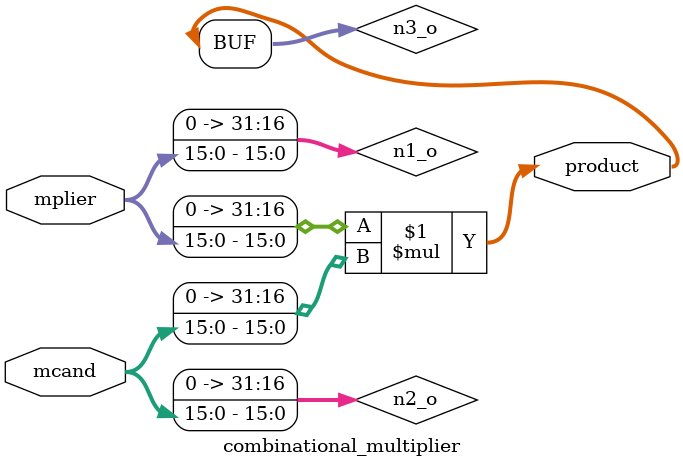
<source format=v>
module combinational_multiplier
  (input  [15:0] mplier,
   input  [15:0] mcand,
   output [31:0] product);
  wire [31:0] n1_o;
  wire [31:0] n2_o;
  wire [31:0] n3_o;
  assign product = n3_o;
  /* src/combinational_multiplier.vhd:23:54  */
  assign n1_o = {16'b0, mplier};  //  uext
  /* src/combinational_multiplier.vhd:23:54  */
  assign n2_o = {16'b0, mcand};  //  uext
  /* src/combinational_multiplier.vhd:23:54  */
  assign n3_o = n1_o * n2_o; // umul
endmodule


</source>
